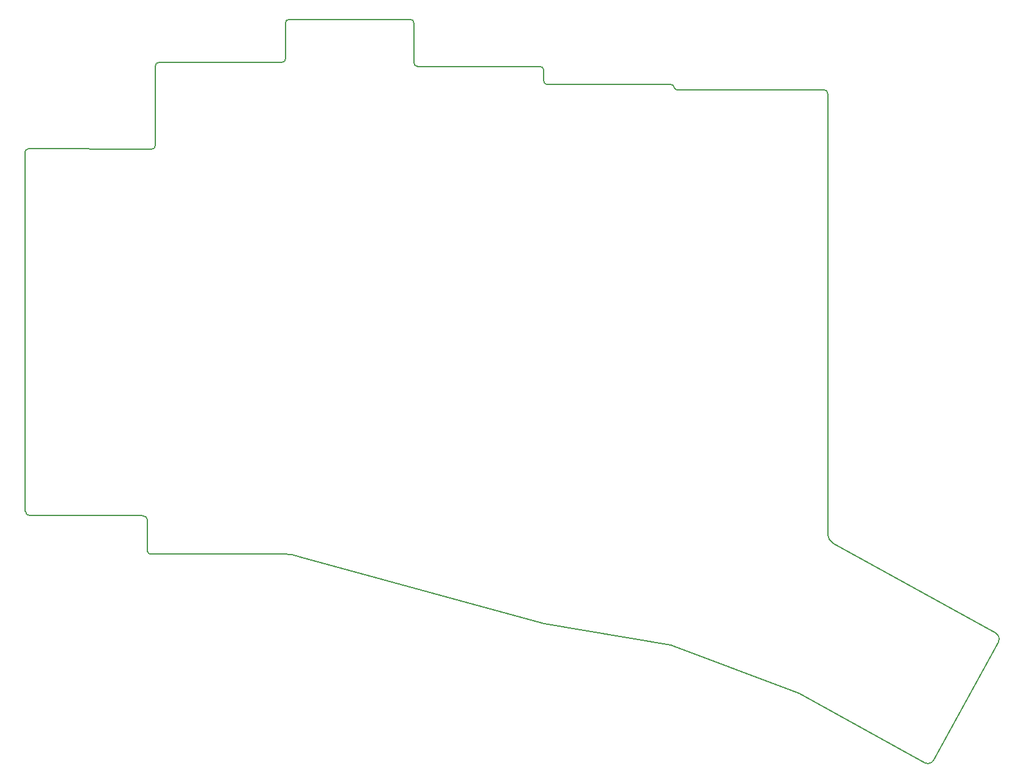
<source format=gm1>
G04 #@! TF.GenerationSoftware,KiCad,Pcbnew,8.0.4*
G04 #@! TF.CreationDate,2024-08-06T21:25:20+02:00*
G04 #@! TF.ProjectId,chocofi,63686f63-6f66-4692-9e6b-696361645f70,0.2*
G04 #@! TF.SameCoordinates,Original*
G04 #@! TF.FileFunction,Profile,NP*
%FSLAX46Y46*%
G04 Gerber Fmt 4.6, Leading zero omitted, Abs format (unit mm)*
G04 Created by KiCad (PCBNEW 8.0.4) date 2024-08-06 21:25:20*
%MOMM*%
%LPD*%
G01*
G04 APERTURE LIST*
G04 #@! TA.AperFunction,Profile*
%ADD10C,0.150000*%
G04 #@! TD*
G04 APERTURE END LIST*
D10*
X187620000Y-53805000D02*
X167330400Y-53815020D01*
X94515447Y-62020847D02*
X77419200Y-61976000D01*
X202800000Y-146600000D02*
X211758698Y-130272870D01*
X184200000Y-137400000D02*
X201600000Y-147000000D01*
X148839770Y-127690088D02*
X166358677Y-130722420D01*
X166360498Y-53055000D02*
G75*
G02*
X166850402Y-53455020I2J-500000D01*
G01*
X167330400Y-53815020D02*
G75*
G02*
X166850386Y-53455024I0J500020D01*
G01*
X166360498Y-53055000D02*
X149293200Y-53069020D01*
X95015447Y-61520847D02*
G75*
G02*
X94515447Y-62020847I-500047J47D01*
G01*
X95017120Y-50506820D02*
G75*
G02*
X95517120Y-50006820I499980J20D01*
G01*
X130310000Y-44036200D02*
X113530000Y-44049553D01*
X130810000Y-50053400D02*
X130810000Y-44536200D01*
X148293200Y-50569020D02*
X131310000Y-50553400D01*
X148793200Y-52569020D02*
X148793200Y-51069020D01*
X95017120Y-50506820D02*
X95015447Y-61520847D01*
X112547120Y-50006820D02*
X95517120Y-50006820D01*
X113030000Y-44549553D02*
X113047120Y-49506820D01*
X113047120Y-49506820D02*
G75*
G02*
X112547120Y-50006820I-500020J20D01*
G01*
X113030000Y-44549553D02*
G75*
G02*
X113530000Y-44049600I500000J-47D01*
G01*
X130310000Y-44036200D02*
G75*
G02*
X130810000Y-44536200I0J-500000D01*
G01*
X131310000Y-50553400D02*
G75*
G02*
X130810000Y-50053400I0J500000D01*
G01*
X148293200Y-50569020D02*
G75*
G02*
X148793180Y-51069020I0J-499980D01*
G01*
X149293200Y-53069020D02*
G75*
G02*
X148793180Y-52569020I0J500020D01*
G01*
X187620000Y-53805000D02*
G75*
G02*
X188120000Y-54305000I0J-500000D01*
G01*
X211320000Y-129000001D02*
G75*
G02*
X211755912Y-130271481I-407000J-849999D01*
G01*
X114769985Y-118399150D02*
X148839770Y-127690088D01*
X202800000Y-146600000D02*
G75*
G02*
X201600000Y-147000000I-800000J400000D01*
G01*
X77012800Y-93776800D02*
X77012800Y-110744000D01*
X76962000Y-62433200D02*
X77012800Y-76708000D01*
X188120000Y-54300000D02*
X188134000Y-115395000D01*
X94340000Y-118100000D02*
X113040000Y-118090000D01*
X93957069Y-113440000D02*
X93950000Y-117710000D01*
X188920000Y-116600000D02*
X211320000Y-129000000D01*
X93219994Y-112775923D02*
G75*
G02*
X93957061Y-113440000I60006J-674477D01*
G01*
X77012800Y-112115600D02*
X77012800Y-110744000D01*
X94340000Y-118100000D02*
G75*
G02*
X93950000Y-117710000I0J390000D01*
G01*
X77012800Y-76708000D02*
X77012800Y-93776800D01*
X76962000Y-62433200D02*
G75*
G02*
X77419200Y-61976000I457200J0D01*
G01*
X77673200Y-112776000D02*
X93200000Y-112776000D01*
X166358677Y-130722420D02*
X184200000Y-137400000D01*
X188920001Y-116599999D02*
G75*
G02*
X188131571Y-115395080I595999J1250399D01*
G01*
X113040000Y-118090000D02*
G75*
G02*
X114769988Y-118399142I10000J-4939200D01*
G01*
X77673200Y-112776000D02*
G75*
G02*
X77012800Y-112115600I0J660400D01*
G01*
M02*

</source>
